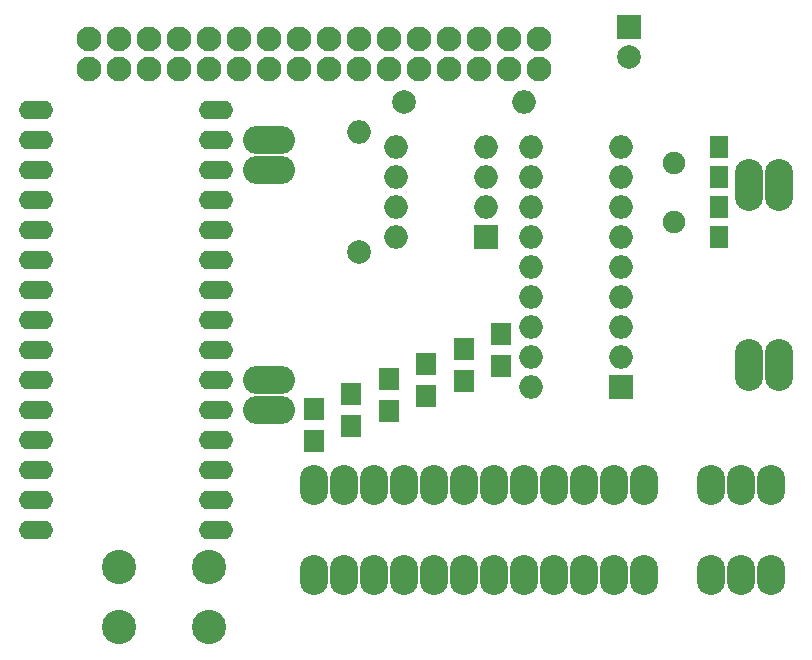
<source format=gbr>
G04 #@! TF.FileFunction,Soldermask,Top*
%FSLAX46Y46*%
G04 Gerber Fmt 4.6, Leading zero omitted, Abs format (unit mm)*
G04 Created by KiCad (PCBNEW 4.0.6) date 12/04/17 18:38:42*
%MOMM*%
%LPD*%
G01*
G04 APERTURE LIST*
%ADD10C,0.050000*%
%ADD11R,1.650000X1.900000*%
%ADD12C,2.100000*%
%ADD13R,1.700000X1.900000*%
%ADD14C,2.000000*%
%ADD15O,2.000000X2.000000*%
%ADD16O,2.900000X1.600000*%
%ADD17R,2.000000X2.000000*%
%ADD18C,2.900000*%
%ADD19O,2.400000X3.400000*%
%ADD20C,1.900000*%
%ADD21O,2.400000X4.400000*%
%ADD22O,4.400000X2.400000*%
G04 APERTURE END LIST*
D10*
D11*
X158385000Y-75180000D03*
X158385000Y-72680000D03*
X158385000Y-67600000D03*
X158385000Y-70100000D03*
D12*
X105050000Y-58390000D03*
X105050000Y-60930000D03*
X107590000Y-58390000D03*
X107590000Y-60930000D03*
X110130000Y-58390000D03*
X110130000Y-60930000D03*
X112670000Y-58390000D03*
X112670000Y-60930000D03*
X115210000Y-58390000D03*
X115210000Y-60930000D03*
X117750000Y-58390000D03*
X117750000Y-60930000D03*
X120290000Y-58390000D03*
X120290000Y-60930000D03*
X122830000Y-58390000D03*
X122830000Y-60930000D03*
X125370000Y-58390000D03*
X125370000Y-60930000D03*
X127910000Y-58390000D03*
X127910000Y-60930000D03*
X130450000Y-58390000D03*
X130450000Y-60930000D03*
X132990000Y-58390000D03*
X132990000Y-60930000D03*
X135530000Y-58390000D03*
X135530000Y-60930000D03*
X138070000Y-58390000D03*
X138070000Y-60930000D03*
X140610000Y-58390000D03*
X140610000Y-60930000D03*
X143150000Y-58390000D03*
X143150000Y-60930000D03*
D13*
X139970000Y-83375000D03*
X139970000Y-86075000D03*
X136795000Y-84645000D03*
X136795000Y-87345000D03*
X133620000Y-85915000D03*
X133620000Y-88615000D03*
X130445000Y-87185000D03*
X130445000Y-89885000D03*
X127270000Y-88455000D03*
X127270000Y-91155000D03*
X124095000Y-89725000D03*
X124095000Y-92425000D03*
D14*
X127905000Y-76470000D03*
D15*
X127905000Y-66310000D03*
D14*
X131715000Y-63770000D03*
D15*
X141875000Y-63770000D03*
D16*
X100600000Y-64405000D03*
X100600000Y-66945000D03*
X100600000Y-69485000D03*
X100600000Y-72025000D03*
X100600000Y-74565000D03*
X100600000Y-77105000D03*
X100600000Y-79645000D03*
X100600000Y-82185000D03*
X100600000Y-84725000D03*
X100600000Y-87265000D03*
X100600000Y-89805000D03*
X100600000Y-92345000D03*
X100600000Y-94885000D03*
X100600000Y-97425000D03*
X100600000Y-99965000D03*
X115840000Y-99965000D03*
X115840000Y-97425000D03*
X115840000Y-94885000D03*
X115840000Y-92345000D03*
X115840000Y-89805000D03*
X115840000Y-87265000D03*
X115840000Y-84725000D03*
X115840000Y-82185000D03*
X115840000Y-79645000D03*
X115840000Y-77105000D03*
X115840000Y-74565000D03*
X115840000Y-72025000D03*
X115840000Y-69485000D03*
X115840000Y-66945000D03*
X115840000Y-64405000D03*
D17*
X150130000Y-87900000D03*
D15*
X142510000Y-67580000D03*
X150130000Y-85360000D03*
X142510000Y-70120000D03*
X150130000Y-82820000D03*
X142510000Y-72660000D03*
X150130000Y-80280000D03*
X142510000Y-75200000D03*
X150130000Y-77740000D03*
X142510000Y-77740000D03*
X150130000Y-75200000D03*
X142510000Y-80280000D03*
X150130000Y-72660000D03*
X142510000Y-82820000D03*
X150130000Y-70120000D03*
X142510000Y-85360000D03*
X150130000Y-67580000D03*
X142510000Y-87900000D03*
D17*
X138700000Y-75200000D03*
D15*
X131080000Y-67580000D03*
X138700000Y-72660000D03*
X131080000Y-70120000D03*
X138700000Y-70120000D03*
X131080000Y-72660000D03*
X138700000Y-67580000D03*
X131080000Y-75200000D03*
D18*
X107585000Y-108220000D03*
X115205000Y-108220000D03*
X115205000Y-103140000D03*
X107585000Y-103140000D03*
D19*
X124095000Y-103775000D03*
X126635000Y-103775000D03*
X129175000Y-103775000D03*
X131715000Y-103775000D03*
X134255000Y-103775000D03*
X136795000Y-103775000D03*
X139335000Y-103775000D03*
X141875000Y-103775000D03*
X144415000Y-103775000D03*
X146955000Y-103775000D03*
X149495000Y-103775000D03*
X152035000Y-103775000D03*
X152035000Y-96155000D03*
X149495000Y-96155000D03*
X146955000Y-96155000D03*
X144415000Y-96155000D03*
X141875000Y-96155000D03*
X139335000Y-96155000D03*
X136795000Y-96155000D03*
X134255000Y-96155000D03*
X131715000Y-96155000D03*
X129175000Y-96155000D03*
X126635000Y-96155000D03*
X124095000Y-96155000D03*
X157750000Y-103775000D03*
X160290000Y-103775000D03*
X162830000Y-103775000D03*
X162830000Y-96155000D03*
X160290000Y-96155000D03*
X157750000Y-96155000D03*
D20*
X154575000Y-73930000D03*
X154575000Y-68930000D03*
D21*
X163465000Y-70755000D03*
X160925000Y-70755000D03*
X163465000Y-85995000D03*
X160925000Y-85995000D03*
D22*
X120285000Y-69485000D03*
X120285000Y-66945000D03*
X120285000Y-87265000D03*
X120285000Y-89805000D03*
D17*
X150765000Y-57420000D03*
D14*
X150765000Y-59920000D03*
M02*

</source>
